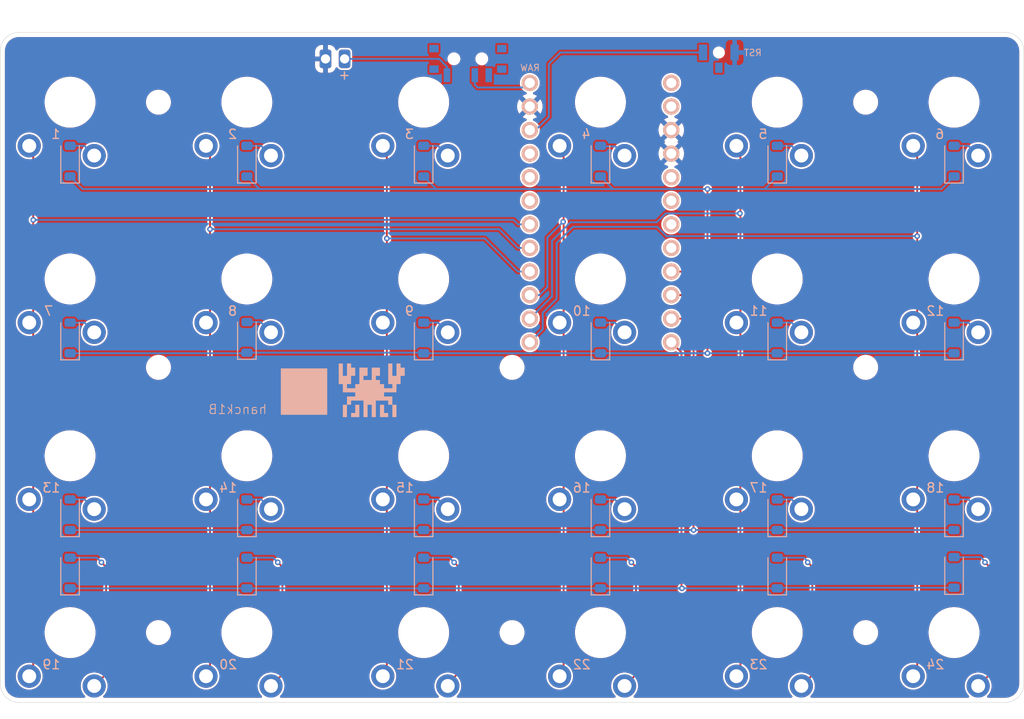
<source format=kicad_pcb>
(kicad_pcb
	(version 20240108)
	(generator "pcbnew")
	(generator_version "8.0")
	(general
		(thickness 1.6)
		(legacy_teardrops no)
	)
	(paper "A4")
	(layers
		(0 "F.Cu" power)
		(31 "B.Cu" power)
		(32 "B.Adhes" user "B.Adhesive")
		(33 "F.Adhes" user "F.Adhesive")
		(34 "B.Paste" user)
		(35 "F.Paste" user)
		(36 "B.SilkS" user "B.Silkscreen")
		(37 "F.SilkS" user "F.Silkscreen")
		(38 "B.Mask" user)
		(39 "F.Mask" user)
		(40 "Dwgs.User" user "User.Drawings")
		(41 "Cmts.User" user "User.Comments")
		(42 "Eco1.User" user "User.Eco1")
		(43 "Eco2.User" user "User.Eco2")
		(44 "Edge.Cuts" user)
		(45 "Margin" user)
		(46 "B.CrtYd" user "B.Courtyard")
		(47 "F.CrtYd" user "F.Courtyard")
		(48 "B.Fab" user)
		(49 "F.Fab" user)
		(50 "User.1" user)
		(51 "User.2" user)
		(52 "User.3" user)
		(53 "User.4" user)
		(54 "User.5" user)
		(55 "User.6" user)
		(56 "User.7" user)
		(57 "User.8" user)
		(58 "User.9" user)
	)
	(setup
		(stackup
			(layer "F.SilkS"
				(type "Top Silk Screen")
			)
			(layer "F.Paste"
				(type "Top Solder Paste")
			)
			(layer "F.Mask"
				(type "Top Solder Mask")
				(thickness 0.01)
			)
			(layer "F.Cu"
				(type "copper")
				(thickness 0.035)
			)
			(layer "dielectric 1"
				(type "core")
				(thickness 1.51)
				(material "FR4")
				(epsilon_r 4.5)
				(loss_tangent 0.02)
			)
			(layer "B.Cu"
				(type "copper")
				(thickness 0.035)
			)
			(layer "B.Mask"
				(type "Bottom Solder Mask")
				(thickness 0.01)
			)
			(layer "B.Paste"
				(type "Bottom Solder Paste")
			)
			(layer "B.SilkS"
				(type "Bottom Silk Screen")
			)
			(copper_finish "None")
			(dielectric_constraints no)
		)
		(pad_to_mask_clearance 0)
		(allow_soldermask_bridges_in_footprints no)
		(aux_axis_origin 100.80625 54.76875)
		(grid_origin 100.80625 54.76875)
		(pcbplotparams
			(layerselection 0x00010fc_ffffffff)
			(plot_on_all_layers_selection 0x0000000_00000000)
			(disableapertmacros no)
			(usegerberextensions yes)
			(usegerberattributes no)
			(usegerberadvancedattributes no)
			(creategerberjobfile no)
			(dashed_line_dash_ratio 12.000000)
			(dashed_line_gap_ratio 3.000000)
			(svgprecision 4)
			(plotframeref no)
			(viasonmask no)
			(mode 1)
			(useauxorigin no)
			(hpglpennumber 1)
			(hpglpenspeed 20)
			(hpglpendiameter 15.000000)
			(pdf_front_fp_property_popups yes)
			(pdf_back_fp_property_popups yes)
			(dxfpolygonmode yes)
			(dxfimperialunits yes)
			(dxfusepcbnewfont yes)
			(psnegative no)
			(psa4output no)
			(plotreference yes)
			(plotvalue no)
			(plotfptext yes)
			(plotinvisibletext no)
			(sketchpadsonfab no)
			(subtractmaskfromsilk yes)
			(outputformat 1)
			(mirror no)
			(drillshape 0)
			(scaleselection 1)
			(outputdirectory "output/")
		)
	)
	(net 0 "")
	(net 1 "ROW2")
	(net 2 "Net-(D1-A)")
	(net 3 "Net-(D2-A)")
	(net 4 "ROW3")
	(net 5 "Net-(D3-A)")
	(net 6 "ROW0")
	(net 7 "ROW1")
	(net 8 "Net-(D4-A)")
	(net 9 "Net-(D5-A)")
	(net 10 "Net-(D6-A)")
	(net 11 "Net-(D7-A)")
	(net 12 "Net-(D8-A)")
	(net 13 "Net-(D9-A)")
	(net 14 "Net-(D10-A)")
	(net 15 "Net-(D11-A)")
	(net 16 "Net-(D12-A)")
	(net 17 "Net-(D13-A)")
	(net 18 "Net-(D14-A)")
	(net 19 "Net-(D15-A)")
	(net 20 "Net-(D16-A)")
	(net 21 "Net-(D17-A)")
	(net 22 "Net-(D18-A)")
	(net 23 "Net-(D19-A)")
	(net 24 "Net-(D20-A)")
	(net 25 "Net-(D21-A)")
	(net 26 "Net-(D22-A)")
	(net 27 "Net-(D23-A)")
	(net 28 "Net-(D24-A)")
	(net 29 "unconnected-(U1-P0.17-Pad5)")
	(net 30 "GND")
	(net 31 "unconnected-(U1-AIN5{slash}P0.29-Pad19)")
	(net 32 "+3V3")
	(net 33 "unconnected-(U1-P0.20-Pad6)")
	(net 34 "COL0")
	(net 35 "COL1")
	(net 36 "COL2")
	(net 37 "COL3")
	(net 38 "COL4")
	(net 39 "COL5")
	(net 40 "unconnected-(U1-P0.24-Pad8)")
	(net 41 "unconnected-(U1-RX1{slash}P0.08-Pad2)")
	(net 42 "RESET")
	(net 43 "unconnected-(U1-P0.22-Pad7)")
	(net 44 "RAW")
	(net 45 "BT+")
	(net 46 "unconnected-(U1-TX0{slash}P0.06-Pad1)")
	(net 47 "unconnected-(U1-AIN7{slash}P0.31-Pad20)")
	(footprint "sadekbaroudi_fingerpunch:gateron-ks27" (layer "F.Cu") (at 206.375 84.1375))
	(footprint "sadekbaroudi_fingerpunch:gateron-ks27" (layer "F.Cu") (at 111.125 122.2375))
	(footprint "sadekbaroudi_fingerpunch:gateron-ks27" (layer "F.Cu") (at 168.275 103.1875))
	(footprint "sadekbaroudi_fingerpunch:gateron-ks27" (layer "F.Cu") (at 168.275 65.0875))
	(footprint "sadekbaroudi_fingerpunch:gateron-ks27" (layer "F.Cu") (at 111.125 65.0875))
	(footprint "sadekbaroudi_fingerpunch:gateron-ks27" (layer "F.Cu") (at 206.375 65.0875))
	(footprint "sadekbaroudi_fingerpunch:gateron-ks27" (layer "F.Cu") (at 130.175 103.1875))
	(footprint "sadekbaroudi_fingerpunch:gateron-ks27" (layer "F.Cu") (at 206.375 122.2375))
	(footprint "sadekbaroudi_fingerpunch:gateron-ks27" (layer "F.Cu") (at 111.125 103.1875))
	(footprint "sadekbaroudi_fingerpunch:gateron-ks27" (layer "F.Cu") (at 168.275 122.2375))
	(footprint "sadekbaroudi_fingerpunch:gateron-ks27" (layer "F.Cu") (at 187.325 122.2375))
	(footprint "sadekbaroudi_fingerpunch:gateron-ks27" (layer "F.Cu") (at 111.125 84.1375))
	(footprint "MountingHole:MountingHole_2.2mm_M2" (layer "F.Cu") (at 120.65 93.6625))
	(footprint "sadekbaroudi_fingerpunch:gateron-ks27" (layer "F.Cu") (at 187.325 84.1375))
	(footprint "sadekbaroudi_fingerpunch:gateron-ks27" (layer "F.Cu") (at 149.225 122.2375))
	(footprint "sadekbaroudi_fingerpunch:gateron-ks27" (layer "F.Cu") (at 149.225 84.1375))
	(footprint "sadekbaroudi_fingerpunch:gateron-ks27" (layer "F.Cu") (at 149.225 103.1875))
	(footprint "sadekbaroudi_fingerpunch:gateron-ks27" (layer "F.Cu") (at 130.175 84.1375))
	(footprint "MountingHole:MountingHole_2.2mm_M2" (layer "F.Cu") (at 120.65 122.2375))
	(footprint "MountingHole:MountingHole_2.2mm_M2" (layer "F.Cu") (at 158.75 122.2375))
	(footprint "sadekbaroudi_fingerpunch:gateron-ks27" (layer "F.Cu") (at 168.275 84.1375))
	(footprint "MountingHole:MountingHole_2.2mm_M2" (layer "F.Cu") (at 120.65 65.0875))
	(footprint "MountingHole:MountingHole_2.2mm_M2" (layer "F.Cu") (at 196.85 65.0875))
	(footprint "sadekbaroudi_fingerpunch:gateron-ks27" (layer "F.Cu") (at 130.175 122.2375))
	(footprint "sadekbaroudi_fingerpunch:gateron-ks27" (layer "F.Cu") (at 130.175 65.0875))
	(footprint "MountingHole:MountingHole_2.2mm_M2" (layer "F.Cu") (at 196.85 93.6625))
	(footprint "sadekbaroudi_fingerpunch:gateron-ks27" (layer "F.Cu") (at 187.325 103.1875))
	(footprint "sadekbaroudi_fingerpunch:gateron-ks27" (layer "F.Cu") (at 206.375 103.1875))
	(footprint "sadekbaroudi_fingerpunch:gateron-ks27" (layer "F.Cu") (at 187.325 65.0875))
	(footprint "MountingHole:MountingHole_2.2mm_M2" (layer "F.Cu") (at 158.75 93.6625))
	(footprint "sadekbaroudi_fingerpunch:gateron-ks27" (layer "F.Cu") (at 149.225 65.0875))
	(footprint "MountingHole:MountingHole_2.2mm_M2" (layer "F.Cu") (at 196.85 122.2375))
	(footprint "Diode_SMD:D_SOD-123" (layer "B.Cu") (at 206.375 115.75625 90))
	(footprint "Diode_SMD:D_SOD-123" (layer "B.Cu") (at 130.175 71.4375 90))
	(footprint "Diode_SMD:D_SOD-123" (layer "B.Cu") (at 206.375 90.4875 90))
	(footprint "Diode_SMD:D_SOD-123" (layer "B.Cu") (at 206.375 71.4375 90))
	(footprint "Diode_SMD:D_SOD-123" (layer "B.Cu") (at 111.125 71.4375 90))
	(footprint "Button_Switch_SMD:SW_SPST_B3U-1100P-B" (layer "B.Cu") (at 181.03125 60.54875 180))
	(footprint "Diode_SMD:D_SOD-123" (layer "B.Cu") (at 187.325 90.4875 90))
	(footprint "Diode_SMD:D_SOD-123" (layer "B.Cu") (at 149.225 90.4875 90))
	(footprint "Button_Switch_SMD:SW_SPDT_PCM12" (layer "B.Cu") (at 153.9875 60.74375))
	(footprint "Diode_SMD:D_SOD-123" (layer "B.Cu") (at 130.175 109.5375 90))
	(footprint "Diode_SMD:D_SOD-123" (layer "B.Cu") (at 149.225 109.5375 90))
	(footprint "Diode_SMD:D_SOD-123" (layer "B.Cu") (at 168.275 115.81875 90))
	(footprint "Diode_SMD:D_SOD-123" (layer "B.Cu") (at 168.275 71.4375 90))
	(footprint "sadekbaroudi_fingerpunch:Connector_THT_1x2_2.54" (layer "B.Cu") (at 136.89625 60.41875 90))
	(footprint "Diode_SMD:D_SOD-123"
		(layer "B.Cu")
		(uuid "91445fe0-6165-4b16-b229-9f9bc5ca79f9")
		(at 111.125 90.4875 90)
		(descr "SOD-123")
		(tags "SOD-123")
		(property "Reference" "D7"
			(at 0 2 -90)
			(layer "B.SilkS")
			(hide yes)
			(uuid "9d2ab8af-7aee-4f5e-96e5-7e175c04326f")
			(effects
				(font
					(size 1 1)
					(thickness 0.15)
				)
				(justify mirror)
			)
		)
		(property "Value" "D_Small"
			(at 0 -2.1 -90)
			(layer "B.Fab")
			(uuid "d4673362-feb3-4bc1-880c-d26bb65d4beb")
			(effects
				(font
					(size 1 1)
					(thickness 0.15)
				)
				(justify mirror)
			)
		)
		(property "Footprint" "Diode_SMD:D_SOD-123"
			(at 0 0 -90)
			(unlocked yes)
			(layer "B.Fab")
			(hide yes)
			(uuid "a775c15f-58d7-43ca-b221-d66711a5129d")
			(effects
				(font
					(size 1.27 1.27)
				)
				(justify mirror)
			)
		)
		(property "Datasheet" ""
			(at 0 0 -90)
			(unlocked yes)
			(layer "B.Fab")
			(hide yes)
			(uuid "fde4e26e-6128-4f47-895c-a5e11a794136")
			(effects
				(font
					(size 1.27 1.27)
				)
				(justify mirror)
			)
		)
		(property "Description" "Diode, small symbol"
			(at 0 0 -90)
			(unlocked yes)
			(layer "B.Fab")
			(hide yes)
			(uuid "9578be68-b3da-41e8-9e88-92b82b54407a")
			(effects
				(font
					(size 1.27 1.27)
				)
				(justify mirror)
			)
		)
		(property "Sim.Device" "D"
			(at 0 0 -90)
			(unlocked yes)
			(layer "B.Fab")
			(hide yes)
			(uuid "757ebd92-d044-4703-be6d-dba424ca8049")
			(effects
				(font
					(size 1 1)
					(thickness 0.15)
				)
				(justify mirror)
			)
		)
		(property "Sim.Pins" "1=K 2=A"
			(at 0 0 -90)
			(unlocked yes)
			(layer "B.Fab")
			(hide yes)
			(uuid "5c6c561f-66fd-4cd7-a71b-d48f25d2bc7c")
			(effects
				(font
					(size 1 1)
					(thickness 0.15)
				)
				(justify mirror)
			)
		)
		(property ki_fp_filters "TO-???* *_Diode_* *SingleDiode* D_*")
		(path "/f05f0cd0-abcf-4a2d-a942-6f7658f06663")
		(sheetname "Root")
		(sheetfile "hanck.kicad_sch")
		(attr smd)
		(fp_line
			(start 1.65 -1)
			(end -2.36 -1)
			(stroke
				(width 0.12)
				(type solid)
			)
			(layer "B.SilkS")
			(uuid "5fd0beb7-9b24-4481-9389-6d0fb1ac7da7")
		)
		(fp_line
			(start -2.36 -1)
			(end -2.36 1)
			(stroke
				(width 0.12)
				(type s
... [662314 chars truncated]
</source>
